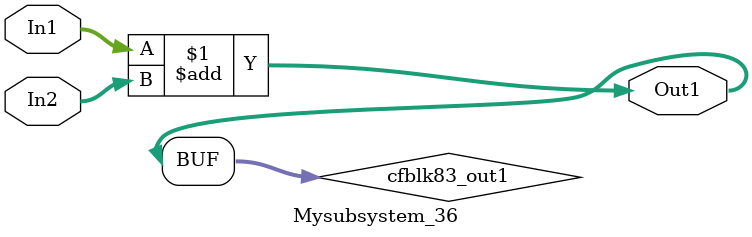
<source format=v>



`timescale 1 ns / 1 ns

module Mysubsystem_36
          (In1,
           In2,
           Out1);


  input   [7:0] In1;  // uint8
  input   [7:0] In2;  // uint8
  output  [7:0] Out1;  // uint8


  wire [7:0] cfblk83_out1;  // uint8


  assign cfblk83_out1 = In1 + In2;



  assign Out1 = cfblk83_out1;

endmodule  // Mysubsystem_36


</source>
